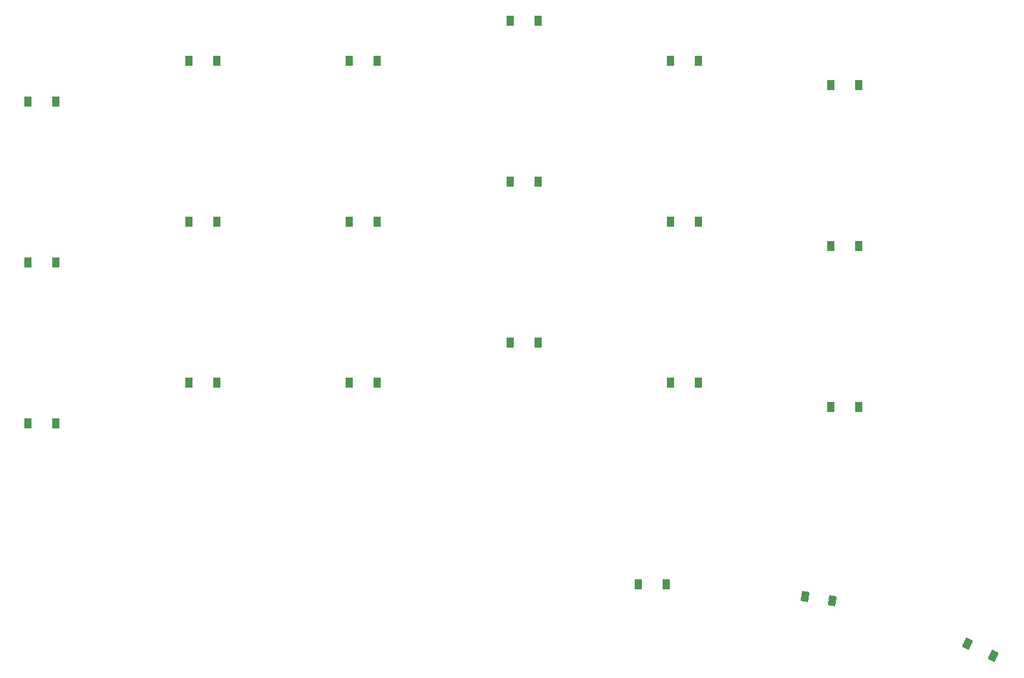
<source format=gbr>
%TF.GenerationSoftware,KiCad,Pcbnew,7.0.9*%
%TF.CreationDate,2024-08-18T04:48:21-07:00*%
%TF.ProjectId,left,6c656674-2e6b-4696-9361-645f70636258,v1.0.0*%
%TF.SameCoordinates,Original*%
%TF.FileFunction,Paste,Top*%
%TF.FilePolarity,Positive*%
%FSLAX46Y46*%
G04 Gerber Fmt 4.6, Leading zero omitted, Abs format (unit mm)*
G04 Created by KiCad (PCBNEW 7.0.9) date 2024-08-18 04:48:21*
%MOMM*%
%LPD*%
G01*
G04 APERTURE LIST*
G04 Aperture macros list*
%AMRotRect*
0 Rectangle, with rotation*
0 The origin of the aperture is its center*
0 $1 length*
0 $2 width*
0 $3 Rotation angle, in degrees counterclockwise*
0 Add horizontal line*
21,1,$1,$2,0,0,$3*%
G04 Aperture macros list end*
%ADD10R,0.900000X1.200000*%
%ADD11RotRect,0.900000X1.200000X335.000000*%
%ADD12RotRect,0.900000X1.200000X350.000000*%
G04 APERTURE END LIST*
D10*
%TO.C,D5*%
X141799550Y-145757900D03*
X145099550Y-145757900D03*
%TD*%
D11*
%TO.C,D1*%
X252974659Y-190917974D03*
X255965475Y-192312614D03*
%TD*%
D10*
%TO.C,D11*%
X179799550Y-140995400D03*
X183099550Y-140995400D03*
%TD*%
%TO.C,D10*%
X179799550Y-160045400D03*
X183099550Y-160045400D03*
%TD*%
%TO.C,D4*%
X141799550Y-164807900D03*
X145099550Y-164807900D03*
%TD*%
%TO.C,D12*%
X179799550Y-121945400D03*
X183099550Y-121945400D03*
%TD*%
%TO.C,D20*%
X236799550Y-143852900D03*
X240099550Y-143852900D03*
%TD*%
%TO.C,D16*%
X217799550Y-160045400D03*
X221099550Y-160045400D03*
%TD*%
%TO.C,D21*%
X236799550Y-124802900D03*
X240099550Y-124802900D03*
%TD*%
%TO.C,D19*%
X236799550Y-162902900D03*
X240099550Y-162902900D03*
%TD*%
%TO.C,D15*%
X198799550Y-117182900D03*
X202099550Y-117182900D03*
%TD*%
%TO.C,D17*%
X217799550Y-140995400D03*
X221099550Y-140995400D03*
%TD*%
%TO.C,D8*%
X160799550Y-140995400D03*
X164099550Y-140995400D03*
%TD*%
D12*
%TO.C,D2*%
X233705669Y-185294125D03*
X236955535Y-185867163D03*
%TD*%
D10*
%TO.C,D3*%
X213989550Y-183857900D03*
X217289550Y-183857900D03*
%TD*%
%TO.C,D6*%
X141799550Y-126707900D03*
X145099550Y-126707900D03*
%TD*%
%TO.C,D9*%
X160799550Y-121945400D03*
X164099550Y-121945400D03*
%TD*%
%TO.C,D18*%
X217799550Y-121945400D03*
X221099550Y-121945400D03*
%TD*%
%TO.C,D13*%
X198799550Y-155282900D03*
X202099550Y-155282900D03*
%TD*%
%TO.C,D14*%
X198799550Y-136232900D03*
X202099550Y-136232900D03*
%TD*%
%TO.C,D7*%
X160799550Y-160045400D03*
X164099550Y-160045400D03*
%TD*%
M02*

</source>
